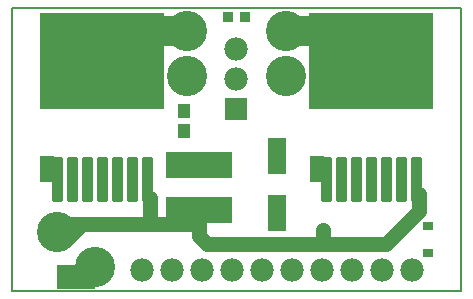
<source format=gts>
G75*
%MOIN*%
%OFA0B0*%
%FSLAX25Y25*%
%IPPOS*%
%LPD*%
%AMOC8*
5,1,8,0,0,1.08239X$1,22.5*
%
%ADD10C,0.05000*%
%ADD11C,0.10000*%
%ADD12R,0.04724X0.08661*%
%ADD13R,0.12598X0.07874*%
%ADD14C,0.00500*%
%ADD15C,0.00878*%
%ADD16R,0.41227X0.32054*%
%ADD17R,0.04337X0.04731*%
%ADD18R,0.22054X0.08865*%
%ADD19R,0.05912X0.12211*%
%ADD20C,0.13400*%
%ADD21C,0.07800*%
%ADD22R,0.07800X0.07800*%
%ADD23R,0.03668X0.02880*%
%ADD24R,0.03550X0.03550*%
D10*
X0022323Y0022913D02*
X0023898Y0022913D01*
X0028425Y0027441D01*
X0051063Y0027441D01*
X0051063Y0035906D01*
X0051063Y0027441D02*
X0067205Y0027441D01*
X0067205Y0023701D01*
X0067402Y0023504D02*
X0070157Y0020748D01*
X0108543Y0020748D01*
X0108543Y0025472D01*
X0108543Y0020748D02*
X0129823Y0020748D01*
X0140827Y0031752D01*
X0140827Y0037480D01*
X0028425Y0027441D02*
X0022717Y0027441D01*
X0019961Y0024685D01*
D11*
X0049882Y0091614D02*
X0063268Y0091614D01*
X0096339Y0091614D02*
X0109724Y0091614D01*
D12*
X0106575Y0045551D03*
X0016811Y0045551D03*
D13*
X0026260Y0009724D03*
D14*
X0005000Y0005000D02*
X0005000Y0099488D01*
X0154606Y0099488D01*
X0154606Y0005000D01*
X0005000Y0005000D01*
D15*
X0021237Y0035535D02*
X0021237Y0049505D01*
X0021237Y0035535D02*
X0018605Y0035535D01*
X0018605Y0049505D01*
X0021237Y0049505D01*
X0021237Y0036412D02*
X0018605Y0036412D01*
X0018605Y0037289D02*
X0021237Y0037289D01*
X0021237Y0038166D02*
X0018605Y0038166D01*
X0018605Y0039043D02*
X0021237Y0039043D01*
X0021237Y0039920D02*
X0018605Y0039920D01*
X0018605Y0040797D02*
X0021237Y0040797D01*
X0021237Y0041674D02*
X0018605Y0041674D01*
X0018605Y0042551D02*
X0021237Y0042551D01*
X0021237Y0043428D02*
X0018605Y0043428D01*
X0018605Y0044305D02*
X0021237Y0044305D01*
X0021237Y0045182D02*
X0018605Y0045182D01*
X0018605Y0046059D02*
X0021237Y0046059D01*
X0021237Y0046936D02*
X0018605Y0046936D01*
X0018605Y0047813D02*
X0021237Y0047813D01*
X0021237Y0048690D02*
X0018605Y0048690D01*
X0026237Y0049505D02*
X0026237Y0035535D01*
X0023605Y0035535D01*
X0023605Y0049505D01*
X0026237Y0049505D01*
X0026237Y0036412D02*
X0023605Y0036412D01*
X0023605Y0037289D02*
X0026237Y0037289D01*
X0026237Y0038166D02*
X0023605Y0038166D01*
X0023605Y0039043D02*
X0026237Y0039043D01*
X0026237Y0039920D02*
X0023605Y0039920D01*
X0023605Y0040797D02*
X0026237Y0040797D01*
X0026237Y0041674D02*
X0023605Y0041674D01*
X0023605Y0042551D02*
X0026237Y0042551D01*
X0026237Y0043428D02*
X0023605Y0043428D01*
X0023605Y0044305D02*
X0026237Y0044305D01*
X0026237Y0045182D02*
X0023605Y0045182D01*
X0023605Y0046059D02*
X0026237Y0046059D01*
X0026237Y0046936D02*
X0023605Y0046936D01*
X0023605Y0047813D02*
X0026237Y0047813D01*
X0026237Y0048690D02*
X0023605Y0048690D01*
X0031237Y0049505D02*
X0031237Y0035535D01*
X0028605Y0035535D01*
X0028605Y0049505D01*
X0031237Y0049505D01*
X0031237Y0036412D02*
X0028605Y0036412D01*
X0028605Y0037289D02*
X0031237Y0037289D01*
X0031237Y0038166D02*
X0028605Y0038166D01*
X0028605Y0039043D02*
X0031237Y0039043D01*
X0031237Y0039920D02*
X0028605Y0039920D01*
X0028605Y0040797D02*
X0031237Y0040797D01*
X0031237Y0041674D02*
X0028605Y0041674D01*
X0028605Y0042551D02*
X0031237Y0042551D01*
X0031237Y0043428D02*
X0028605Y0043428D01*
X0028605Y0044305D02*
X0031237Y0044305D01*
X0031237Y0045182D02*
X0028605Y0045182D01*
X0028605Y0046059D02*
X0031237Y0046059D01*
X0031237Y0046936D02*
X0028605Y0046936D01*
X0028605Y0047813D02*
X0031237Y0047813D01*
X0031237Y0048690D02*
X0028605Y0048690D01*
X0036237Y0049505D02*
X0036237Y0035535D01*
X0033605Y0035535D01*
X0033605Y0049505D01*
X0036237Y0049505D01*
X0036237Y0036412D02*
X0033605Y0036412D01*
X0033605Y0037289D02*
X0036237Y0037289D01*
X0036237Y0038166D02*
X0033605Y0038166D01*
X0033605Y0039043D02*
X0036237Y0039043D01*
X0036237Y0039920D02*
X0033605Y0039920D01*
X0033605Y0040797D02*
X0036237Y0040797D01*
X0036237Y0041674D02*
X0033605Y0041674D01*
X0033605Y0042551D02*
X0036237Y0042551D01*
X0036237Y0043428D02*
X0033605Y0043428D01*
X0033605Y0044305D02*
X0036237Y0044305D01*
X0036237Y0045182D02*
X0033605Y0045182D01*
X0033605Y0046059D02*
X0036237Y0046059D01*
X0036237Y0046936D02*
X0033605Y0046936D01*
X0033605Y0047813D02*
X0036237Y0047813D01*
X0036237Y0048690D02*
X0033605Y0048690D01*
X0041237Y0049505D02*
X0041237Y0035535D01*
X0038605Y0035535D01*
X0038605Y0049505D01*
X0041237Y0049505D01*
X0041237Y0036412D02*
X0038605Y0036412D01*
X0038605Y0037289D02*
X0041237Y0037289D01*
X0041237Y0038166D02*
X0038605Y0038166D01*
X0038605Y0039043D02*
X0041237Y0039043D01*
X0041237Y0039920D02*
X0038605Y0039920D01*
X0038605Y0040797D02*
X0041237Y0040797D01*
X0041237Y0041674D02*
X0038605Y0041674D01*
X0038605Y0042551D02*
X0041237Y0042551D01*
X0041237Y0043428D02*
X0038605Y0043428D01*
X0038605Y0044305D02*
X0041237Y0044305D01*
X0041237Y0045182D02*
X0038605Y0045182D01*
X0038605Y0046059D02*
X0041237Y0046059D01*
X0041237Y0046936D02*
X0038605Y0046936D01*
X0038605Y0047813D02*
X0041237Y0047813D01*
X0041237Y0048690D02*
X0038605Y0048690D01*
X0046237Y0049505D02*
X0046237Y0035535D01*
X0043605Y0035535D01*
X0043605Y0049505D01*
X0046237Y0049505D01*
X0046237Y0036412D02*
X0043605Y0036412D01*
X0043605Y0037289D02*
X0046237Y0037289D01*
X0046237Y0038166D02*
X0043605Y0038166D01*
X0043605Y0039043D02*
X0046237Y0039043D01*
X0046237Y0039920D02*
X0043605Y0039920D01*
X0043605Y0040797D02*
X0046237Y0040797D01*
X0046237Y0041674D02*
X0043605Y0041674D01*
X0043605Y0042551D02*
X0046237Y0042551D01*
X0046237Y0043428D02*
X0043605Y0043428D01*
X0043605Y0044305D02*
X0046237Y0044305D01*
X0046237Y0045182D02*
X0043605Y0045182D01*
X0043605Y0046059D02*
X0046237Y0046059D01*
X0046237Y0046936D02*
X0043605Y0046936D01*
X0043605Y0047813D02*
X0046237Y0047813D01*
X0046237Y0048690D02*
X0043605Y0048690D01*
X0051237Y0049505D02*
X0051237Y0035535D01*
X0048605Y0035535D01*
X0048605Y0049505D01*
X0051237Y0049505D01*
X0051237Y0036412D02*
X0048605Y0036412D01*
X0048605Y0037289D02*
X0051237Y0037289D01*
X0051237Y0038166D02*
X0048605Y0038166D01*
X0048605Y0039043D02*
X0051237Y0039043D01*
X0051237Y0039920D02*
X0048605Y0039920D01*
X0048605Y0040797D02*
X0051237Y0040797D01*
X0051237Y0041674D02*
X0048605Y0041674D01*
X0048605Y0042551D02*
X0051237Y0042551D01*
X0051237Y0043428D02*
X0048605Y0043428D01*
X0048605Y0044305D02*
X0051237Y0044305D01*
X0051237Y0045182D02*
X0048605Y0045182D01*
X0048605Y0046059D02*
X0051237Y0046059D01*
X0051237Y0046936D02*
X0048605Y0046936D01*
X0048605Y0047813D02*
X0051237Y0047813D01*
X0051237Y0048690D02*
X0048605Y0048690D01*
X0111001Y0049505D02*
X0111001Y0035535D01*
X0108369Y0035535D01*
X0108369Y0049505D01*
X0111001Y0049505D01*
X0111001Y0036412D02*
X0108369Y0036412D01*
X0108369Y0037289D02*
X0111001Y0037289D01*
X0111001Y0038166D02*
X0108369Y0038166D01*
X0108369Y0039043D02*
X0111001Y0039043D01*
X0111001Y0039920D02*
X0108369Y0039920D01*
X0108369Y0040797D02*
X0111001Y0040797D01*
X0111001Y0041674D02*
X0108369Y0041674D01*
X0108369Y0042551D02*
X0111001Y0042551D01*
X0111001Y0043428D02*
X0108369Y0043428D01*
X0108369Y0044305D02*
X0111001Y0044305D01*
X0111001Y0045182D02*
X0108369Y0045182D01*
X0108369Y0046059D02*
X0111001Y0046059D01*
X0111001Y0046936D02*
X0108369Y0046936D01*
X0108369Y0047813D02*
X0111001Y0047813D01*
X0111001Y0048690D02*
X0108369Y0048690D01*
X0116001Y0049505D02*
X0116001Y0035535D01*
X0113369Y0035535D01*
X0113369Y0049505D01*
X0116001Y0049505D01*
X0116001Y0036412D02*
X0113369Y0036412D01*
X0113369Y0037289D02*
X0116001Y0037289D01*
X0116001Y0038166D02*
X0113369Y0038166D01*
X0113369Y0039043D02*
X0116001Y0039043D01*
X0116001Y0039920D02*
X0113369Y0039920D01*
X0113369Y0040797D02*
X0116001Y0040797D01*
X0116001Y0041674D02*
X0113369Y0041674D01*
X0113369Y0042551D02*
X0116001Y0042551D01*
X0116001Y0043428D02*
X0113369Y0043428D01*
X0113369Y0044305D02*
X0116001Y0044305D01*
X0116001Y0045182D02*
X0113369Y0045182D01*
X0113369Y0046059D02*
X0116001Y0046059D01*
X0116001Y0046936D02*
X0113369Y0046936D01*
X0113369Y0047813D02*
X0116001Y0047813D01*
X0116001Y0048690D02*
X0113369Y0048690D01*
X0121001Y0049505D02*
X0121001Y0035535D01*
X0118369Y0035535D01*
X0118369Y0049505D01*
X0121001Y0049505D01*
X0121001Y0036412D02*
X0118369Y0036412D01*
X0118369Y0037289D02*
X0121001Y0037289D01*
X0121001Y0038166D02*
X0118369Y0038166D01*
X0118369Y0039043D02*
X0121001Y0039043D01*
X0121001Y0039920D02*
X0118369Y0039920D01*
X0118369Y0040797D02*
X0121001Y0040797D01*
X0121001Y0041674D02*
X0118369Y0041674D01*
X0118369Y0042551D02*
X0121001Y0042551D01*
X0121001Y0043428D02*
X0118369Y0043428D01*
X0118369Y0044305D02*
X0121001Y0044305D01*
X0121001Y0045182D02*
X0118369Y0045182D01*
X0118369Y0046059D02*
X0121001Y0046059D01*
X0121001Y0046936D02*
X0118369Y0046936D01*
X0118369Y0047813D02*
X0121001Y0047813D01*
X0121001Y0048690D02*
X0118369Y0048690D01*
X0126001Y0049505D02*
X0126001Y0035535D01*
X0123369Y0035535D01*
X0123369Y0049505D01*
X0126001Y0049505D01*
X0126001Y0036412D02*
X0123369Y0036412D01*
X0123369Y0037289D02*
X0126001Y0037289D01*
X0126001Y0038166D02*
X0123369Y0038166D01*
X0123369Y0039043D02*
X0126001Y0039043D01*
X0126001Y0039920D02*
X0123369Y0039920D01*
X0123369Y0040797D02*
X0126001Y0040797D01*
X0126001Y0041674D02*
X0123369Y0041674D01*
X0123369Y0042551D02*
X0126001Y0042551D01*
X0126001Y0043428D02*
X0123369Y0043428D01*
X0123369Y0044305D02*
X0126001Y0044305D01*
X0126001Y0045182D02*
X0123369Y0045182D01*
X0123369Y0046059D02*
X0126001Y0046059D01*
X0126001Y0046936D02*
X0123369Y0046936D01*
X0123369Y0047813D02*
X0126001Y0047813D01*
X0126001Y0048690D02*
X0123369Y0048690D01*
X0131001Y0049505D02*
X0131001Y0035535D01*
X0128369Y0035535D01*
X0128369Y0049505D01*
X0131001Y0049505D01*
X0131001Y0036412D02*
X0128369Y0036412D01*
X0128369Y0037289D02*
X0131001Y0037289D01*
X0131001Y0038166D02*
X0128369Y0038166D01*
X0128369Y0039043D02*
X0131001Y0039043D01*
X0131001Y0039920D02*
X0128369Y0039920D01*
X0128369Y0040797D02*
X0131001Y0040797D01*
X0131001Y0041674D02*
X0128369Y0041674D01*
X0128369Y0042551D02*
X0131001Y0042551D01*
X0131001Y0043428D02*
X0128369Y0043428D01*
X0128369Y0044305D02*
X0131001Y0044305D01*
X0131001Y0045182D02*
X0128369Y0045182D01*
X0128369Y0046059D02*
X0131001Y0046059D01*
X0131001Y0046936D02*
X0128369Y0046936D01*
X0128369Y0047813D02*
X0131001Y0047813D01*
X0131001Y0048690D02*
X0128369Y0048690D01*
X0136001Y0049505D02*
X0136001Y0035535D01*
X0133369Y0035535D01*
X0133369Y0049505D01*
X0136001Y0049505D01*
X0136001Y0036412D02*
X0133369Y0036412D01*
X0133369Y0037289D02*
X0136001Y0037289D01*
X0136001Y0038166D02*
X0133369Y0038166D01*
X0133369Y0039043D02*
X0136001Y0039043D01*
X0136001Y0039920D02*
X0133369Y0039920D01*
X0133369Y0040797D02*
X0136001Y0040797D01*
X0136001Y0041674D02*
X0133369Y0041674D01*
X0133369Y0042551D02*
X0136001Y0042551D01*
X0136001Y0043428D02*
X0133369Y0043428D01*
X0133369Y0044305D02*
X0136001Y0044305D01*
X0136001Y0045182D02*
X0133369Y0045182D01*
X0133369Y0046059D02*
X0136001Y0046059D01*
X0136001Y0046936D02*
X0133369Y0046936D01*
X0133369Y0047813D02*
X0136001Y0047813D01*
X0136001Y0048690D02*
X0133369Y0048690D01*
X0141001Y0049505D02*
X0141001Y0035535D01*
X0138369Y0035535D01*
X0138369Y0049505D01*
X0141001Y0049505D01*
X0141001Y0036412D02*
X0138369Y0036412D01*
X0138369Y0037289D02*
X0141001Y0037289D01*
X0141001Y0038166D02*
X0138369Y0038166D01*
X0138369Y0039043D02*
X0141001Y0039043D01*
X0141001Y0039920D02*
X0138369Y0039920D01*
X0138369Y0040797D02*
X0141001Y0040797D01*
X0141001Y0041674D02*
X0138369Y0041674D01*
X0138369Y0042551D02*
X0141001Y0042551D01*
X0141001Y0043428D02*
X0138369Y0043428D01*
X0138369Y0044305D02*
X0141001Y0044305D01*
X0141001Y0045182D02*
X0138369Y0045182D01*
X0138369Y0046059D02*
X0141001Y0046059D01*
X0141001Y0046936D02*
X0138369Y0046936D01*
X0138369Y0047813D02*
X0141001Y0047813D01*
X0141001Y0048690D02*
X0138369Y0048690D01*
D16*
X0124685Y0081732D03*
X0034921Y0081732D03*
D17*
X0062480Y0065039D03*
X0062480Y0058346D03*
D18*
X0067205Y0047205D03*
X0067205Y0032087D03*
D19*
X0093189Y0030984D03*
X0093189Y0049882D03*
D20*
X0096339Y0076654D03*
X0096339Y0091614D03*
X0063268Y0091614D03*
X0063268Y0076654D03*
X0019961Y0024685D03*
X0032559Y0012874D03*
D21*
X0048307Y0012087D03*
X0058307Y0012087D03*
X0068307Y0012087D03*
X0078307Y0012087D03*
X0088307Y0012087D03*
X0098307Y0012087D03*
X0108307Y0012087D03*
X0118307Y0012087D03*
X0128307Y0012087D03*
X0138307Y0012087D03*
X0079803Y0075866D03*
X0079803Y0085866D03*
D22*
X0079803Y0065866D03*
D23*
X0143583Y0026850D03*
X0143583Y0017795D03*
D24*
X0082756Y0096339D03*
X0076850Y0096339D03*
M02*

</source>
